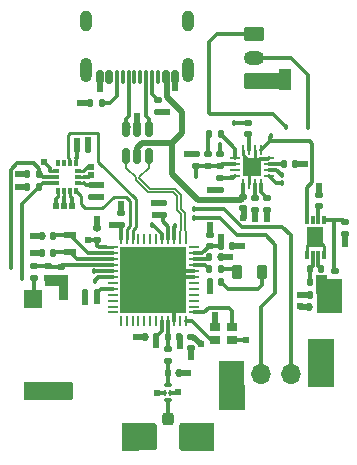
<source format=gbr>
%TF.GenerationSoftware,KiCad,Pcbnew,8.0.4*%
%TF.CreationDate,2024-11-22T16:24:22-05:00*%
%TF.ProjectId,stm32wb_base,73746d33-3277-4625-9f62-6173652e6b69,rev?*%
%TF.SameCoordinates,PX6422c40PY66c2270*%
%TF.FileFunction,Copper,L1,Top*%
%TF.FilePolarity,Positive*%
%FSLAX46Y46*%
G04 Gerber Fmt 4.6, Leading zero omitted, Abs format (unit mm)*
G04 Created by KiCad (PCBNEW 8.0.4) date 2024-11-22 16:24:22*
%MOMM*%
%LPD*%
G01*
G04 APERTURE LIST*
G04 Aperture macros list*
%AMRoundRect*
0 Rectangle with rounded corners*
0 $1 Rounding radius*
0 $2 $3 $4 $5 $6 $7 $8 $9 X,Y pos of 4 corners*
0 Add a 4 corners polygon primitive as box body*
4,1,4,$2,$3,$4,$5,$6,$7,$8,$9,$2,$3,0*
0 Add four circle primitives for the rounded corners*
1,1,$1+$1,$2,$3*
1,1,$1+$1,$4,$5*
1,1,$1+$1,$6,$7*
1,1,$1+$1,$8,$9*
0 Add four rect primitives between the rounded corners*
20,1,$1+$1,$2,$3,$4,$5,0*
20,1,$1+$1,$4,$5,$6,$7,0*
20,1,$1+$1,$6,$7,$8,$9,0*
20,1,$1+$1,$8,$9,$2,$3,0*%
G04 Aperture macros list end*
%TA.AperFunction,SMDPad,CuDef*%
%ADD10R,0.900000X0.800000*%
%TD*%
%TA.AperFunction,SMDPad,CuDef*%
%ADD11R,1.100000X0.600000*%
%TD*%
%TA.AperFunction,SMDPad,CuDef*%
%ADD12RoundRect,0.062500X-0.375000X-0.062500X0.375000X-0.062500X0.375000X0.062500X-0.375000X0.062500X0*%
%TD*%
%TA.AperFunction,SMDPad,CuDef*%
%ADD13RoundRect,0.062500X-0.062500X-0.375000X0.062500X-0.375000X0.062500X0.375000X-0.062500X0.375000X0*%
%TD*%
%TA.AperFunction,HeatsinkPad*%
%ADD14R,5.600000X5.600000*%
%TD*%
%TA.AperFunction,SMDPad,CuDef*%
%ADD15RoundRect,0.135000X0.185000X-0.135000X0.185000X0.135000X-0.185000X0.135000X-0.185000X-0.135000X0*%
%TD*%
%TA.AperFunction,ComponentPad*%
%ADD16O,1.000000X1.800000*%
%TD*%
%TA.AperFunction,ComponentPad*%
%ADD17O,1.000000X2.100000*%
%TD*%
%TA.AperFunction,SMDPad,CuDef*%
%ADD18RoundRect,0.150000X0.150000X0.425000X-0.150000X0.425000X-0.150000X-0.425000X0.150000X-0.425000X0*%
%TD*%
%TA.AperFunction,SMDPad,CuDef*%
%ADD19RoundRect,0.075000X0.075000X0.500000X-0.075000X0.500000X-0.075000X-0.500000X0.075000X-0.500000X0*%
%TD*%
%TA.AperFunction,SMDPad,CuDef*%
%ADD20R,0.300000X0.750000*%
%TD*%
%TA.AperFunction,SMDPad,CuDef*%
%ADD21R,1.450000X1.750000*%
%TD*%
%TA.AperFunction,SMDPad,CuDef*%
%ADD22RoundRect,0.135000X-0.185000X0.135000X-0.185000X-0.135000X0.185000X-0.135000X0.185000X0.135000X0*%
%TD*%
%TA.AperFunction,SMDPad,CuDef*%
%ADD23RoundRect,0.140000X0.140000X0.170000X-0.140000X0.170000X-0.140000X-0.170000X0.140000X-0.170000X0*%
%TD*%
%TA.AperFunction,SMDPad,CuDef*%
%ADD24RoundRect,0.147500X-0.147500X-0.172500X0.147500X-0.172500X0.147500X0.172500X-0.147500X0.172500X0*%
%TD*%
%TA.AperFunction,ComponentPad*%
%ADD25RoundRect,0.250000X-0.625000X0.350000X-0.625000X-0.350000X0.625000X-0.350000X0.625000X0.350000X0*%
%TD*%
%TA.AperFunction,ComponentPad*%
%ADD26O,1.750000X1.200000*%
%TD*%
%TA.AperFunction,SMDPad,CuDef*%
%ADD27RoundRect,0.140000X-0.170000X0.140000X-0.170000X-0.140000X0.170000X-0.140000X0.170000X0.140000X0*%
%TD*%
%TA.AperFunction,SMDPad,CuDef*%
%ADD28RoundRect,0.061250X-0.061250X-0.163750X0.061250X-0.163750X0.061250X0.163750X-0.061250X0.163750X0*%
%TD*%
%TA.AperFunction,SMDPad,CuDef*%
%ADD29RoundRect,0.068750X-0.281250X0.068750X-0.281250X-0.068750X0.281250X-0.068750X0.281250X0.068750X0*%
%TD*%
%TA.AperFunction,ComponentPad*%
%ADD30R,1.700000X1.700000*%
%TD*%
%TA.AperFunction,ComponentPad*%
%ADD31O,1.700000X1.700000*%
%TD*%
%TA.AperFunction,SMDPad,CuDef*%
%ADD32RoundRect,0.140000X0.170000X-0.140000X0.170000X0.140000X-0.170000X0.140000X-0.170000X-0.140000X0*%
%TD*%
%TA.AperFunction,SMDPad,CuDef*%
%ADD33R,1.500000X1.500000*%
%TD*%
%TA.AperFunction,SMDPad,CuDef*%
%ADD34RoundRect,0.140000X-0.140000X-0.170000X0.140000X-0.170000X0.140000X0.170000X-0.140000X0.170000X0*%
%TD*%
%TA.AperFunction,SMDPad,CuDef*%
%ADD35RoundRect,0.147500X0.147500X0.172500X-0.147500X0.172500X-0.147500X-0.172500X0.147500X-0.172500X0*%
%TD*%
%TA.AperFunction,SMDPad,CuDef*%
%ADD36RoundRect,0.147500X-0.172500X0.147500X-0.172500X-0.147500X0.172500X-0.147500X0.172500X0.147500X0*%
%TD*%
%TA.AperFunction,SMDPad,CuDef*%
%ADD37RoundRect,0.135000X0.135000X0.185000X-0.135000X0.185000X-0.135000X-0.185000X0.135000X-0.185000X0*%
%TD*%
%TA.AperFunction,SMDPad,CuDef*%
%ADD38RoundRect,0.135000X-0.135000X-0.185000X0.135000X-0.185000X0.135000X0.185000X-0.135000X0.185000X0*%
%TD*%
%TA.AperFunction,SMDPad,CuDef*%
%ADD39RoundRect,0.147500X0.172500X-0.147500X0.172500X0.147500X-0.172500X0.147500X-0.172500X-0.147500X0*%
%TD*%
%TA.AperFunction,SMDPad,CuDef*%
%ADD40RoundRect,0.218750X-0.218750X-0.381250X0.218750X-0.381250X0.218750X0.381250X-0.218750X0.381250X0*%
%TD*%
%TA.AperFunction,SMDPad,CuDef*%
%ADD41RoundRect,0.062500X0.375000X0.062500X-0.375000X0.062500X-0.375000X-0.062500X0.375000X-0.062500X0*%
%TD*%
%TA.AperFunction,SMDPad,CuDef*%
%ADD42RoundRect,0.062500X0.062500X0.375000X-0.062500X0.375000X-0.062500X-0.375000X0.062500X-0.375000X0*%
%TD*%
%TA.AperFunction,HeatsinkPad*%
%ADD43R,1.600000X1.600000*%
%TD*%
%TA.AperFunction,SMDPad,CuDef*%
%ADD44RoundRect,0.150000X-0.150000X0.512500X-0.150000X-0.512500X0.150000X-0.512500X0.150000X0.512500X0*%
%TD*%
%TA.AperFunction,SMDPad,CuDef*%
%ADD45RoundRect,0.250000X-0.275000X0.850000X-0.275000X-0.850000X0.275000X-0.850000X0.275000X0.850000X0*%
%TD*%
%TA.AperFunction,SMDPad,CuDef*%
%ADD46RoundRect,0.250000X-0.250000X0.275000X-0.250000X-0.275000X0.250000X-0.275000X0.250000X0.275000X0*%
%TD*%
%TA.AperFunction,SMDPad,CuDef*%
%ADD47RoundRect,0.076200X0.076200X0.190500X-0.076200X0.190500X-0.076200X-0.190500X0.076200X-0.190500X0*%
%TD*%
%TA.AperFunction,SMDPad,CuDef*%
%ADD48RoundRect,0.076200X0.190500X-0.076200X0.190500X0.076200X-0.190500X0.076200X-0.190500X-0.076200X0*%
%TD*%
%TA.AperFunction,ViaPad*%
%ADD49C,0.610000*%
%TD*%
%TA.AperFunction,ViaPad*%
%ADD50C,0.457200*%
%TD*%
%TA.AperFunction,ViaPad*%
%ADD51C,0.406400*%
%TD*%
%TA.AperFunction,Conductor*%
%ADD52C,0.304800*%
%TD*%
%TA.AperFunction,Conductor*%
%ADD53C,0.508000*%
%TD*%
%TA.AperFunction,Conductor*%
%ADD54C,0.250000*%
%TD*%
%TA.AperFunction,Conductor*%
%ADD55C,0.254000*%
%TD*%
%TA.AperFunction,Conductor*%
%ADD56C,0.152400*%
%TD*%
G04 APERTURE END LIST*
D10*
%TO.P,Y1,1,1*%
%TO.N,HSE_OUT*%
X17950000Y10980000D03*
%TO.P,Y1,2,2*%
%TO.N,GND*%
X19350000Y10980000D03*
%TO.P,Y1,3,3*%
%TO.N,HSE_IN*%
X19350000Y12080000D03*
%TO.P,Y1,4,4*%
%TO.N,GND*%
X17950000Y12080000D03*
%TD*%
D11*
%TO.P,Y2,1,1*%
%TO.N,LSE_OUT*%
X5680000Y18430000D03*
%TO.P,Y2,2,2*%
%TO.N,LSE_IN*%
X5680000Y19830000D03*
%TD*%
D12*
%TO.P,U1,1,VBAT*%
%TO.N,+3V3*%
X9262500Y18800000D03*
%TO.P,U1,2,PC14*%
%TO.N,LSE_IN*%
X9262500Y18300000D03*
%TO.P,U1,3,PC15*%
%TO.N,LSE_OUT*%
X9262500Y17800000D03*
%TO.P,U1,4,PH3*%
%TO.N,BL*%
X9262500Y17300000D03*
%TO.P,U1,5,PB8*%
%TO.N,SCL*%
X9262500Y16800000D03*
%TO.P,U1,6,PB9*%
%TO.N,SDA*%
X9262500Y16300000D03*
%TO.P,U1,7,NRST*%
%TO.N,unconnected-(U1-NRST-Pad7)*%
X9262500Y15800000D03*
%TO.P,U1,8,VDDA*%
%TO.N,+3V3*%
X9262500Y15300000D03*
%TO.P,U1,9,PA0*%
%TO.N,unconnected-(U1-PA0-Pad9)*%
X9262500Y14800000D03*
%TO.P,U1,10,PA1*%
%TO.N,unconnected-(U1-PA1-Pad10)*%
X9262500Y14300000D03*
%TO.P,U1,11,PA2*%
%TO.N,unconnected-(U1-PA2-Pad11)*%
X9262500Y13800000D03*
%TO.P,U1,12,PA3*%
%TO.N,unconnected-(U1-PA3-Pad12)*%
X9262500Y13300000D03*
D13*
%TO.P,U1,13,PA4*%
%TO.N,unconnected-(U1-PA4-Pad13)*%
X9950000Y12612500D03*
%TO.P,U1,14,PA5*%
%TO.N,unconnected-(U1-PA5-Pad14)*%
X10450000Y12612500D03*
%TO.P,U1,15,PA6*%
%TO.N,unconnected-(U1-PA6-Pad15)*%
X10950000Y12612500D03*
%TO.P,U1,16,PA7*%
%TO.N,unconnected-(U1-PA7-Pad16)*%
X11450000Y12612500D03*
%TO.P,U1,17,PA8*%
%TO.N,unconnected-(U1-PA8-Pad17)*%
X11950000Y12612500D03*
%TO.P,U1,18,PA9*%
%TO.N,unconnected-(U1-PA9-Pad18)*%
X12450000Y12612500D03*
%TO.P,U1,19,PB2*%
%TO.N,unconnected-(U1-PB2-Pad19)*%
X12950000Y12612500D03*
%TO.P,U1,20,VDD*%
%TO.N,+3V3*%
X13450000Y12612500D03*
%TO.P,U1,21,RF1*%
%TO.N,RF*%
X13950000Y12612500D03*
%TO.P,U1,22,VSSRF*%
%TO.N,GND*%
X14450000Y12612500D03*
%TO.P,U1,23,VDDRF*%
%TO.N,+3V3*%
X14950000Y12612500D03*
%TO.P,U1,24,OSC_OUT*%
%TO.N,HSE_OUT*%
X15450000Y12612500D03*
D12*
%TO.P,U1,25,OSC_IN*%
%TO.N,HSE_IN*%
X16137500Y13300000D03*
%TO.P,U1,26,AT0*%
%TO.N,unconnected-(U1-AT0-Pad26)*%
X16137500Y13800000D03*
%TO.P,U1,27,AT1*%
%TO.N,unconnected-(U1-AT1-Pad27)*%
X16137500Y14300000D03*
%TO.P,U1,28,PB0*%
%TO.N,unconnected-(U1-PB0-Pad28)*%
X16137500Y14800000D03*
%TO.P,U1,29,PB1*%
%TO.N,unconnected-(U1-PB1-Pad29)*%
X16137500Y15300000D03*
%TO.P,U1,30,PE4*%
%TO.N,unconnected-(U1-PE4-Pad30)*%
X16137500Y15800000D03*
%TO.P,U1,31,VFBSMPS*%
%TO.N,GND*%
X16137500Y16300000D03*
%TO.P,U1,32,VSSSMPS*%
X16137500Y16800000D03*
%TO.P,U1,33,VLXSMPS*%
%TO.N,Net-(U1-VLXSMPS)*%
X16137500Y17300000D03*
%TO.P,U1,34,VDDSMPS*%
%TO.N,+3V3*%
X16137500Y17800000D03*
%TO.P,U1,35,VDD*%
X16137500Y18300000D03*
%TO.P,U1,36,PA10*%
%TO.N,unconnected-(U1-PA10-Pad36)*%
X16137500Y18800000D03*
D13*
%TO.P,U1,37,PA11*%
%TO.N,USB_D-*%
X15450000Y19487500D03*
%TO.P,U1,38,PA12*%
%TO.N,USB_D+*%
X14950000Y19487500D03*
%TO.P,U1,39,PA13*%
%TO.N,SWDIO*%
X14450000Y19487500D03*
%TO.P,U1,40,VDDUSB*%
%TO.N,+3V3*%
X13950000Y19487500D03*
%TO.P,U1,41,PA14*%
%TO.N,SWDCLK*%
X13450000Y19487500D03*
%TO.P,U1,42,PA15*%
%TO.N,unconnected-(U1-PA15-Pad42)*%
X12950000Y19487500D03*
%TO.P,U1,43,PB3*%
%TO.N,unconnected-(U1-PB3-Pad43)*%
X12450000Y19487500D03*
%TO.P,U1,44,PB4*%
%TO.N,unconnected-(U1-PB4-Pad44)*%
X11950000Y19487500D03*
%TO.P,U1,45,PB5*%
%TO.N,unconnected-(U1-PB5-Pad45)*%
X11450000Y19487500D03*
%TO.P,U1,46,PB6*%
%TO.N,IMU_INT2*%
X10950000Y19487500D03*
%TO.P,U1,47,PB7*%
%TO.N,IMU_INT1*%
X10450000Y19487500D03*
%TO.P,U1,48,VDD*%
%TO.N,+3V3*%
X9950000Y19487500D03*
D14*
%TO.P,U1,49,VSS*%
%TO.N,GND*%
X12700000Y16050000D03*
%TD*%
D15*
%TO.P,R11,1*%
%TO.N,GND*%
X21330000Y21985000D03*
%TO.P,R11,2*%
%TO.N,Net-(U4-ITERM)*%
X21330000Y23005000D03*
%TD*%
D16*
%TO.P,J3,S1,SHIELD*%
%TO.N,GND*%
X7040000Y37965000D03*
D17*
X7040000Y33785000D03*
D16*
X15680000Y37965000D03*
D17*
X15680000Y33785000D03*
D18*
%TO.P,J3,B12,GND*%
X14560000Y33210000D03*
%TO.P,J3,B9,VBUS*%
%TO.N,VBUS*%
X13760000Y33210000D03*
D19*
%TO.P,J3,B8,SBU2*%
%TO.N,unconnected-(J3-SBU2-PadB8)*%
X13110000Y33210000D03*
%TO.P,J3,B7,D-*%
%TO.N,Net-(J3-D--PadA7)*%
X12110000Y33210000D03*
%TO.P,J3,B6,D+*%
%TO.N,Net-(J3-D+-PadA6)*%
X10610000Y33210000D03*
%TO.P,J3,B5,CC2*%
%TO.N,Net-(J3-CC2)*%
X9610000Y33210000D03*
D18*
%TO.P,J3,B4,VBUS*%
%TO.N,VBUS*%
X8960000Y33210000D03*
%TO.P,J3,B1,GND*%
%TO.N,GND*%
X8160000Y33210000D03*
%TO.P,J3,A12,GND*%
X8160000Y33210000D03*
%TO.P,J3,A9,VBUS*%
%TO.N,VBUS*%
X8960000Y33210000D03*
D19*
%TO.P,J3,A8,SBU1*%
%TO.N,unconnected-(J3-SBU1-PadA8)*%
X10110000Y33210000D03*
%TO.P,J3,A7,D-*%
%TO.N,Net-(J3-D--PadA7)*%
X11110000Y33210000D03*
%TO.P,J3,A6,D+*%
%TO.N,Net-(J3-D+-PadA6)*%
X11610000Y33210000D03*
%TO.P,J3,A5,CC1*%
%TO.N,Net-(J3-CC1)*%
X12610000Y33210000D03*
D18*
%TO.P,J3,A4,VBUS*%
%TO.N,VBUS*%
X13760000Y33210000D03*
%TO.P,J3,A1,GND*%
%TO.N,GND*%
X14560000Y33210000D03*
%TD*%
D20*
%TO.P,U5,1,Vfb*%
%TO.N,Net-(U5-Vfb)*%
X27187500Y21102500D03*
%TO.P,U5,2,V_{CC}*%
%TO.N,Net-(U5-V_{CC})*%
X26687500Y21102500D03*
%TO.P,U5,3,EN*%
%TO.N,Pwr Pth*%
X26187500Y21102500D03*
%TO.P,U5,4,V_{IN}*%
X25687500Y21102500D03*
%TO.P,U5,5,GND*%
%TO.N,GND*%
X25687500Y18202500D03*
%TO.P,U5,6,SW*%
%TO.N,Net-(U5-SW)*%
X26187500Y18202500D03*
%TO.P,U5,7,BOOST*%
%TO.N,Net-(U5-BOOST)*%
X26687500Y18202500D03*
%TO.P,U5,8,GND*%
%TO.N,GND*%
X27187500Y18202500D03*
D21*
%TO.P,U5,9,GND*%
X26437500Y19652500D03*
%TD*%
D22*
%TO.P,R12,1*%
%TO.N,Net-(U5-Vfb)*%
X28100000Y16810000D03*
%TO.P,R12,2*%
%TO.N,+3V3*%
X28100000Y15790000D03*
%TD*%
D23*
%TO.P,C1,1*%
%TO.N,+3V3*%
X26880000Y13790000D03*
%TO.P,C1,2*%
%TO.N,GND*%
X25920000Y13790000D03*
%TD*%
D24*
%TO.P,L1,1,1*%
%TO.N,Net-(U1-VLXSMPS)*%
X17460000Y16950000D03*
%TO.P,L1,2,2*%
%TO.N,Net-(L1-Pad2)*%
X18430000Y16950000D03*
%TD*%
%TO.P,L4,1,1*%
%TO.N,Net-(U5-SW)*%
X25930000Y15890000D03*
%TO.P,L4,2,2*%
%TO.N,+3V3*%
X26900000Y15890000D03*
%TD*%
D25*
%TO.P,J4,1,Pin_1*%
%TO.N,Net-(J4-Pin_1)*%
X21250000Y36850000D03*
D26*
%TO.P,J4,2,Pin_2*%
%TO.N,Net-(J4-Pin_2)*%
X21250000Y34850000D03*
%TO.P,J4,3,Pin_3*%
%TO.N,GND*%
X21250000Y32850000D03*
%TD*%
D27*
%TO.P,C16,1*%
%TO.N,BL*%
X4875000Y17180000D03*
%TO.P,C16,2*%
%TO.N,GND*%
X4875000Y16220000D03*
%TD*%
D23*
%TO.P,C11,1*%
%TO.N,Net-(C11-Pad1)*%
X18430000Y15910000D03*
%TO.P,C11,2*%
%TO.N,GND*%
X17470000Y15910000D03*
%TD*%
D28*
%TO.P,FLT1,4,GND*%
%TO.N,GND*%
X13682500Y6517500D03*
D29*
%TO.P,FLT1,3,OUT*%
%TO.N,Net-(FLT1-OUT)*%
X13910000Y5905000D03*
D28*
%TO.P,FLT1,2,GND*%
%TO.N,GND*%
X14137500Y6517500D03*
D29*
%TO.P,FLT1,1,IN*%
%TO.N,Net-(FLT1-IN)*%
X13910000Y7130000D03*
%TD*%
D30*
%TO.P,J2,1,Pin_1*%
%TO.N,GND*%
X26925000Y8050000D03*
D31*
%TO.P,J2,2,Pin_2*%
%TO.N,SWDCLK*%
X24385000Y8050000D03*
%TO.P,J2,3,Pin_3*%
%TO.N,SWDIO*%
X21845000Y8050000D03*
%TO.P,J2,4,Pin_4*%
%TO.N,+3V3*%
X19305000Y8050000D03*
%TD*%
D32*
%TO.P,C22,1*%
%TO.N,Net-(U5-V_{CC})*%
X26700000Y22290000D03*
%TO.P,C22,2*%
%TO.N,GND*%
X26700000Y23250000D03*
%TD*%
%TO.P,C2,1*%
%TO.N,+3V3*%
X13525000Y21575000D03*
%TO.P,C2,2*%
%TO.N,GND*%
X13525000Y22535000D03*
%TD*%
D15*
%TO.P,R7,1*%
%TO.N,Pwr Pth*%
X18330000Y25695000D03*
%TO.P,R7,2*%
%TO.N,Net-(D1-A)*%
X18330000Y26715000D03*
%TD*%
D33*
%TO.P,SW1,1,1*%
%TO.N,Net-(R2-Pad2)*%
X2550000Y14450000D03*
%TO.P,SW1,2,2*%
%TO.N,+3V3*%
X2550000Y6650000D03*
%TD*%
D34*
%TO.P,C20,1*%
%TO.N,Net-(J4-Pin_2)*%
X23770000Y25905000D03*
%TO.P,C20,2*%
%TO.N,GND*%
X24730000Y25905000D03*
%TD*%
D35*
%TO.P,D2,1,K*%
%TO.N,Net-(D2-K)*%
X18400000Y28405000D03*
%TO.P,D2,2,A*%
%TO.N,Net-(D2-A)*%
X17430000Y28405000D03*
%TD*%
D15*
%TO.P,R13,1*%
%TO.N,GND*%
X28950000Y19940000D03*
%TO.P,R13,2*%
%TO.N,Net-(U5-Vfb)*%
X28950000Y20960000D03*
%TD*%
D23*
%TO.P,C6,1*%
%TO.N,+3V3*%
X12970000Y11230000D03*
%TO.P,C6,2*%
%TO.N,GND*%
X12010000Y11230000D03*
%TD*%
D36*
%TO.P,L3,1,1*%
%TO.N,RF*%
X13970000Y10180000D03*
%TO.P,L3,2,2*%
%TO.N,Net-(FLT1-IN)*%
X13970000Y9210000D03*
%TD*%
D22*
%TO.P,R4,1*%
%TO.N,Net-(J3-CC1)*%
X13100000Y31300000D03*
%TO.P,R4,2*%
%TO.N,GND*%
X13100000Y30280000D03*
%TD*%
D37*
%TO.P,R3,1*%
%TO.N,Net-(J3-CC2)*%
X8330000Y31050000D03*
%TO.P,R3,2*%
%TO.N,GND*%
X7310000Y31050000D03*
%TD*%
D38*
%TO.P,R5,1*%
%TO.N,+3V3*%
X2047100Y23960000D03*
%TO.P,R5,2*%
%TO.N,SDA*%
X3067100Y23960000D03*
%TD*%
D34*
%TO.P,C25,1*%
%TO.N,Net-(U5-SW)*%
X25940000Y16990000D03*
%TO.P,C25,2*%
%TO.N,Net-(U5-BOOST)*%
X26900000Y16990000D03*
%TD*%
D22*
%TO.P,R1,1*%
%TO.N,BL*%
X3775000Y17230000D03*
%TO.P,R1,2*%
%TO.N,GND*%
X3775000Y16210000D03*
%TD*%
D34*
%TO.P,C9,1*%
%TO.N,+3V3*%
X18440000Y18950000D03*
%TO.P,C9,2*%
%TO.N,GND*%
X19400000Y18950000D03*
%TD*%
D27*
%TO.P,C18,1*%
%TO.N,+3V3*%
X7527100Y24060000D03*
%TO.P,C18,2*%
%TO.N,GND*%
X7527100Y23100000D03*
%TD*%
D34*
%TO.P,C14,1*%
%TO.N,RF*%
X13960000Y11220000D03*
%TO.P,C14,2*%
%TO.N,GND*%
X14920000Y11220000D03*
%TD*%
D27*
%TO.P,C21,1*%
%TO.N,VBUS*%
X20330000Y23065000D03*
%TO.P,C21,2*%
%TO.N,GND*%
X20330000Y22105000D03*
%TD*%
D34*
%TO.P,C10,1*%
%TO.N,+3V3*%
X17450000Y17960000D03*
%TO.P,C10,2*%
%TO.N,GND*%
X18410000Y17960000D03*
%TD*%
D38*
%TO.P,R6,1*%
%TO.N,+3V3*%
X2047100Y25010000D03*
%TO.P,R6,2*%
%TO.N,SCL*%
X3067100Y25010000D03*
%TD*%
D39*
%TO.P,D1,1,K*%
%TO.N,Net-(D1-K)*%
X20730000Y28405000D03*
%TO.P,D1,2,A*%
%TO.N,Net-(D1-A)*%
X20730000Y29375000D03*
%TD*%
D23*
%TO.P,C3,1*%
%TO.N,+3V3*%
X7910000Y14960000D03*
%TO.P,C3,2*%
%TO.N,GND*%
X6950000Y14960000D03*
%TD*%
%TO.P,C13,1*%
%TO.N,LSE_IN*%
X4240000Y19780000D03*
%TO.P,C13,2*%
%TO.N,GND*%
X3280000Y19780000D03*
%TD*%
D40*
%TO.P,L2,1,1*%
%TO.N,Net-(L1-Pad2)*%
X19795000Y16725000D03*
%TO.P,L2,2,2*%
%TO.N,Net-(C11-Pad1)*%
X21920000Y16725000D03*
%TD*%
D34*
%TO.P,C15,1*%
%TO.N,Net-(FLT1-IN)*%
X13910000Y8150000D03*
%TO.P,C15,2*%
%TO.N,GND*%
X14870000Y8150000D03*
%TD*%
%TO.P,C17,1*%
%TO.N,+3V3*%
X6247100Y27110000D03*
%TO.P,C17,2*%
%TO.N,GND*%
X7207100Y27110000D03*
%TD*%
D41*
%TO.P,U4,1,TS*%
%TO.N,Net-(J4-Pin_1)*%
X22517500Y24892500D03*
%TO.P,U4,2,BAT*%
%TO.N,Net-(J4-Pin_2)*%
X22517500Y25392500D03*
%TO.P,U4,3,BAT*%
X22517500Y25892500D03*
%TO.P,U4,4,~{CE}*%
%TO.N,GND*%
X22517500Y26392500D03*
D42*
%TO.P,U4,5,EN2*%
%TO.N,Pwr Pth*%
X21830000Y27080000D03*
%TO.P,U4,6,EN1*%
%TO.N,GND*%
X21330000Y27080000D03*
%TO.P,U4,7,~{PGOOD}*%
%TO.N,Net-(D1-K)*%
X20830000Y27080000D03*
%TO.P,U4,8,VSS*%
%TO.N,GND*%
X20330000Y27080000D03*
D41*
%TO.P,U4,9,~{CHG}*%
%TO.N,Net-(D2-K)*%
X19642500Y26392500D03*
%TO.P,U4,10,OUT*%
%TO.N,Pwr Pth*%
X19642500Y25892500D03*
%TO.P,U4,11,OUT*%
X19642500Y25392500D03*
%TO.P,U4,12,ILIM*%
%TO.N,Net-(U4-ILIM)*%
X19642500Y24892500D03*
D42*
%TO.P,U4,13,IN*%
%TO.N,VBUS*%
X20330000Y24205000D03*
%TO.P,U4,14,TMR*%
%TO.N,GND*%
X20830000Y24205000D03*
%TO.P,U4,15,ITERM*%
%TO.N,Net-(U4-ITERM)*%
X21330000Y24205000D03*
%TO.P,U4,16,ISET*%
%TO.N,Net-(U4-ISET)*%
X21830000Y24205000D03*
D43*
%TO.P,U4,17,VSS*%
%TO.N,GND*%
X21080000Y25642500D03*
%TD*%
D32*
%TO.P,C4,2*%
%TO.N,GND*%
X9940000Y21680000D03*
%TO.P,C4,1*%
%TO.N,+3V3*%
X9940000Y20720000D03*
%TD*%
D44*
%TO.P,U2,1,I/O1*%
%TO.N,Net-(J3-D--PadA7)*%
X12312500Y28837500D03*
%TO.P,U2,2,GND*%
%TO.N,GND*%
X11362500Y28837500D03*
%TO.P,U2,3,I/O2*%
%TO.N,Net-(J3-D+-PadA6)*%
X10412500Y28837500D03*
%TO.P,U2,4,I/O2*%
%TO.N,USB_D+*%
X10412500Y26562500D03*
%TO.P,U2,5,VBUS*%
%TO.N,VBUS*%
X11362500Y26562500D03*
%TO.P,U2,6,I/O1*%
%TO.N,USB_D-*%
X12312500Y26562500D03*
%TD*%
D22*
%TO.P,R9,1*%
%TO.N,Net-(U4-ILIM)*%
X18330000Y24705000D03*
%TO.P,R9,2*%
%TO.N,GND*%
X18330000Y23685000D03*
%TD*%
D32*
%TO.P,C5,1*%
%TO.N,+3V3*%
X17490000Y18920000D03*
%TO.P,C5,2*%
%TO.N,GND*%
X17490000Y19880000D03*
%TD*%
%TO.P,C19,1*%
%TO.N,Pwr Pth*%
X16330000Y25725000D03*
%TO.P,C19,2*%
%TO.N,GND*%
X16330000Y26685000D03*
%TD*%
D22*
%TO.P,R2,1*%
%TO.N,BL*%
X2615000Y17230000D03*
%TO.P,R2,2*%
%TO.N,Net-(R2-Pad2)*%
X2615000Y16210000D03*
%TD*%
D27*
%TO.P,C8,1*%
%TO.N,+3V3*%
X15900000Y11250000D03*
%TO.P,C8,2*%
%TO.N,GND*%
X15900000Y10290000D03*
%TD*%
D45*
%TO.P,J1,2,Ext*%
%TO.N,GND*%
X12470000Y2790000D03*
X15420000Y2790000D03*
D46*
%TO.P,J1,1,In*%
%TO.N,Net-(FLT1-OUT)*%
X13945000Y4315000D03*
%TD*%
D23*
%TO.P,C24,1*%
%TO.N,+3V3*%
X26900000Y14790000D03*
%TO.P,C24,2*%
%TO.N,GND*%
X25940000Y14790000D03*
%TD*%
D15*
%TO.P,R10,1*%
%TO.N,GND*%
X22320000Y21995000D03*
%TO.P,R10,2*%
%TO.N,Net-(U4-ISET)*%
X22320000Y23015000D03*
%TD*%
D47*
%TO.P,U3,1,SDO/SA0*%
%TO.N,GND*%
X4677099Y23568900D03*
%TO.P,U3,2,SDx*%
X5177100Y23568900D03*
%TO.P,U3,3,SCx*%
X5677100Y23568900D03*
%TO.P,U3,4,INT1*%
%TO.N,IMU_INT1*%
X6177101Y23568900D03*
D48*
%TO.P,U3,5,VDDIO*%
%TO.N,+3V3*%
X6354200Y24250001D03*
%TO.P,U3,6,GND*%
%TO.N,GND*%
X6354200Y24750000D03*
%TO.P,U3,7,GND*%
X6354200Y25249999D03*
D47*
%TO.P,U3,8,VDD*%
%TO.N,+3V3*%
X6177101Y25931100D03*
%TO.P,U3,9,INT2*%
%TO.N,IMU_INT2*%
X5677100Y25931100D03*
%TO.P,U3,10,OCS_Aux*%
%TO.N,unconnected-(U3-OCS_Aux-Pad10)*%
X5177100Y25931100D03*
%TO.P,U3,11,SDO_Aux*%
%TO.N,unconnected-(U3-SDO_Aux-Pad11)*%
X4677099Y25931100D03*
D48*
%TO.P,U3,12,CS*%
%TO.N,+3V3*%
X4500000Y25249999D03*
%TO.P,U3,13,SCL*%
%TO.N,SCL*%
X4500000Y24750000D03*
%TO.P,U3,14,SDA*%
%TO.N,SDA*%
X4500000Y24250001D03*
%TD*%
D23*
%TO.P,C12,1*%
%TO.N,LSE_OUT*%
X4230000Y18360000D03*
%TO.P,C12,2*%
%TO.N,GND*%
X3270000Y18360000D03*
%TD*%
D32*
%TO.P,C7,1*%
%TO.N,+3V3*%
X7980000Y19460000D03*
%TO.P,C7,2*%
%TO.N,GND*%
X7980000Y20420000D03*
%TD*%
D15*
%TO.P,R8,1*%
%TO.N,Pwr Pth*%
X17330000Y25685000D03*
%TO.P,R8,2*%
%TO.N,Net-(D2-A)*%
X17330000Y26705000D03*
%TD*%
D49*
%TO.N,+3V3*%
X12807900Y21570000D03*
X16725000Y10625000D03*
X6250000Y27850000D03*
X1250000Y23950000D03*
X18850000Y5550000D03*
X18425000Y19668550D03*
X20050000Y5525000D03*
X8250000Y24050000D03*
X5275000Y6325000D03*
X9225000Y20725000D03*
X28100000Y14750000D03*
X5275000Y7025000D03*
X7200000Y19450000D03*
X28100000Y13800000D03*
X12975000Y10506450D03*
X3450000Y26050000D03*
X7925000Y14231450D03*
X1250000Y25000000D03*
D50*
%TO.N,Pwr Pth*%
X16300000Y24875000D03*
X22650000Y28225000D03*
%TO.N,Net-(J4-Pin_2)*%
X25825000Y28975000D03*
X23600000Y24925000D03*
%TO.N,Net-(D1-A)*%
X18350000Y27500000D03*
X19550000Y29350000D03*
%TO.N,SWDCLK*%
X16125000Y22075000D03*
X12600000Y20700000D03*
%TO.N,SWDIO*%
X16150000Y21275000D03*
X14525000Y20650000D03*
%TO.N,Net-(J4-Pin_1)*%
X23925000Y28975000D03*
X23600000Y24300000D03*
%TO.N,SDA*%
X1600000Y16200000D03*
X7750000Y16000000D03*
%TO.N,SCL*%
X7725000Y16766600D03*
X675000Y17125000D03*
D49*
%TO.N,GND*%
X14800000Y6525000D03*
X14940000Y10460000D03*
X14550000Y32300000D03*
X21340000Y21180000D03*
X26710000Y24020000D03*
D51*
X21400000Y25325000D03*
D49*
X19195000Y17965000D03*
X7960000Y21215000D03*
D51*
X14125000Y17875000D03*
X12575000Y14250000D03*
D49*
X20195000Y18940000D03*
X17950000Y13100000D03*
X17275000Y3350000D03*
X28940000Y19135000D03*
X17325000Y2325000D03*
X22350000Y21250000D03*
X7450000Y25600000D03*
D51*
X14350000Y14275000D03*
D49*
X11225000Y11250000D03*
X5850000Y22300000D03*
D51*
X20650000Y25975000D03*
X11000000Y16125000D03*
D49*
X2480000Y18360000D03*
X15530000Y26710000D03*
X11360000Y29920000D03*
X26375000Y10625000D03*
X4450000Y22300000D03*
X25130000Y13810000D03*
X25130000Y14810000D03*
D51*
X12400000Y17875000D03*
D49*
X5125000Y14975000D03*
X17465000Y15140000D03*
X6940000Y14210000D03*
D51*
X12450000Y16150000D03*
D49*
X15900000Y9500000D03*
X25570000Y25890000D03*
D51*
X14175000Y16150000D03*
D49*
X8290000Y23090000D03*
D51*
X26150000Y20075000D03*
D49*
X6500000Y31050000D03*
X7210000Y27870000D03*
X13840000Y30280000D03*
X10575000Y3325000D03*
X5150000Y22300000D03*
X17510000Y20665000D03*
X15650000Y8150000D03*
X10600000Y2375000D03*
X20340000Y21280000D03*
D51*
X11000000Y14200000D03*
D49*
X12765000Y22545000D03*
X17530000Y23660000D03*
X8150000Y32250000D03*
D51*
X26775000Y19200000D03*
D49*
X13000000Y6500000D03*
X2530000Y19810000D03*
X23925000Y33350000D03*
X23950000Y32550000D03*
D51*
X10975000Y17850000D03*
D49*
X9950000Y22500000D03*
X27325000Y10600000D03*
X20525000Y10950000D03*
X7450000Y24900000D03*
%TD*%
D52*
%TO.N,Net-(FLT1-OUT)*%
X13945000Y4315000D02*
X13945000Y5870000D01*
X13945000Y5870000D02*
X13910000Y5905000D01*
D53*
%TO.N,VBUS*%
X14300000Y27650000D02*
X15100000Y28450000D01*
X15100000Y28450000D02*
X15100000Y30250000D01*
X15100000Y30250000D02*
X13838600Y31511400D01*
X13838600Y33131400D02*
X13760000Y33210000D01*
X13838600Y31511400D02*
X13838600Y33131400D01*
D52*
%TO.N,Net-(J3-CC1)*%
X12610000Y33210000D02*
X12610000Y31790000D01*
X12610000Y31790000D02*
X13100000Y31300000D01*
%TO.N,Net-(J4-Pin_1)*%
X23925000Y28975000D02*
X22800000Y30100000D01*
X22800000Y30100000D02*
X17525000Y30100000D01*
X18100000Y36850000D02*
X21250000Y36850000D01*
X17450000Y36200000D02*
X18100000Y36850000D01*
X17525000Y30100000D02*
X17450000Y30175000D01*
X17450000Y30175000D02*
X17450000Y36200000D01*
%TO.N,+3V3*%
X13525000Y21575000D02*
X13525000Y21000000D01*
D53*
X16100000Y11250000D02*
X16725000Y10625000D01*
D52*
X3450000Y26050000D02*
X3950000Y25550000D01*
X9950000Y19487500D02*
X9950000Y20710000D01*
D53*
X6250000Y27850000D02*
X6250000Y27062900D01*
D52*
X16137500Y18300000D02*
X16870000Y18300000D01*
X8093550Y18800000D02*
X7980000Y18913550D01*
D53*
X8250000Y24050000D02*
X7462900Y24050000D01*
X2037100Y23950000D02*
X2047100Y23960000D01*
D52*
X13545000Y21555000D02*
X13525000Y21575000D01*
D53*
X1250000Y23950000D02*
X2037100Y23950000D01*
D54*
X4500000Y25249999D02*
X3950001Y25249999D01*
D53*
X18425000Y19668550D02*
X18425000Y18881450D01*
D52*
X13525000Y21000000D02*
X13950000Y20575000D01*
D54*
X6200000Y26350000D02*
X6177101Y26327101D01*
D53*
X12807900Y21570000D02*
X13595000Y21570000D01*
D52*
X7910000Y14960000D02*
X8250000Y15300000D01*
X7980000Y19460000D02*
X7210000Y19460000D01*
X6247100Y26397100D02*
X6200000Y26350000D01*
X17490000Y18920000D02*
X18410000Y18920000D01*
X13950000Y20575000D02*
X13950000Y19487500D01*
D54*
X6354200Y24250001D02*
X6799999Y24250001D01*
X3950000Y25250000D02*
X3950001Y25249999D01*
D52*
X6247100Y27110000D02*
X6247100Y26397100D01*
X7527100Y24060000D02*
X6990000Y24060000D01*
X17290000Y17800000D02*
X17450000Y17960000D01*
X12970000Y11230000D02*
X13450000Y11710000D01*
X18410000Y18920000D02*
X18440000Y18950000D01*
D53*
X2037100Y25000000D02*
X2047100Y25010000D01*
D52*
X13450000Y11710000D02*
X13450000Y12612500D01*
D54*
X6177101Y25931100D02*
X6177101Y26327101D01*
D52*
X8250000Y15300000D02*
X9262500Y15300000D01*
X8700000Y18800000D02*
X8093550Y18800000D01*
D53*
X1250000Y25000000D02*
X2037100Y25000000D01*
X12975000Y10506450D02*
X12975000Y11293550D01*
D52*
X9950000Y20710000D02*
X9940000Y20720000D01*
D55*
X9262500Y18800000D02*
X8700000Y18800000D01*
D52*
X7980000Y18913550D02*
X7980000Y19460000D01*
D54*
X6799999Y24250001D02*
X6800000Y24250000D01*
D52*
X7210000Y19460000D02*
X7200000Y19450000D01*
X6990000Y24060000D02*
X6800000Y24250000D01*
D53*
X9225000Y20725000D02*
X10012100Y20725000D01*
D52*
X3950000Y25550000D02*
X3950000Y25250000D01*
D53*
X7925000Y14231450D02*
X7925000Y15018550D01*
D52*
X16137500Y17800000D02*
X17290000Y17800000D01*
D53*
X15900000Y11250000D02*
X16100000Y11250000D01*
D52*
X16870000Y18300000D02*
X17490000Y18920000D01*
%TO.N,Net-(C11-Pad1)*%
X19065000Y15275000D02*
X18430000Y15910000D01*
X21550000Y15275000D02*
X19065000Y15275000D01*
X21920000Y16725000D02*
X21920000Y15645000D01*
X21920000Y15645000D02*
X21550000Y15275000D01*
%TO.N,LSE_OUT*%
X5680000Y18430000D02*
X4300000Y18430000D01*
X9237700Y17824800D02*
X6285200Y17824800D01*
X6285200Y17824800D02*
X5680000Y18430000D01*
X9262500Y17800000D02*
X9237700Y17824800D01*
X4300000Y18430000D02*
X4230000Y18360000D01*
%TO.N,LSE_IN*%
X4290000Y19830000D02*
X4240000Y19780000D01*
X5680000Y19830000D02*
X7210000Y18300000D01*
X5680000Y19830000D02*
X4290000Y19830000D01*
X7210000Y18300000D02*
X9262500Y18300000D01*
%TO.N,RF*%
X13970000Y10180000D02*
X13970000Y11210000D01*
X13950000Y11230000D02*
X13960000Y11220000D01*
X13950000Y12612500D02*
X13950000Y11230000D01*
X13970000Y11210000D02*
X13960000Y11220000D01*
%TO.N,Net-(FLT1-IN)*%
X13910000Y8150000D02*
X13910000Y7130000D01*
X13970000Y8210000D02*
X13910000Y8150000D01*
X13970000Y9210000D02*
X13970000Y8210000D01*
%TO.N,BL*%
X9262500Y17300000D02*
X4995000Y17300000D01*
X3825000Y17180000D02*
X3775000Y17230000D01*
X4875000Y17180000D02*
X3825000Y17180000D01*
X4995000Y17300000D02*
X4875000Y17180000D01*
X3775000Y17230000D02*
X2615000Y17230000D01*
%TO.N,Pwr Pth*%
X26179800Y27595200D02*
X26179800Y24354800D01*
X22550000Y28125000D02*
X22650000Y28225000D01*
X19642500Y25892500D02*
X18527500Y25892500D01*
X18320000Y25685000D02*
X18330000Y25695000D01*
X16330000Y25725000D02*
X16150000Y25725000D01*
X16330000Y24905000D02*
X16300000Y24875000D01*
X25687500Y23862500D02*
X25687500Y21102500D01*
X22550000Y27800000D02*
X22550000Y28125000D01*
X17330000Y25685000D02*
X18320000Y25685000D01*
X17290000Y25725000D02*
X17330000Y25685000D01*
X26179800Y24354800D02*
X25687500Y23862500D01*
X25975000Y27800000D02*
X26179800Y27595200D01*
X21830000Y27080000D02*
X22550000Y27800000D01*
X16150000Y25725000D02*
X17290000Y25725000D01*
X16330000Y25725000D02*
X16330000Y24905000D01*
X22550000Y27800000D02*
X25975000Y27800000D01*
X18527500Y25892500D02*
X18330000Y25695000D01*
%TO.N,Net-(J4-Pin_2)*%
X23132500Y25392500D02*
X23600000Y24925000D01*
X25825000Y33425000D02*
X24400000Y34850000D01*
X25825000Y28975000D02*
X25825000Y33425000D01*
X23730101Y25865101D02*
X22517500Y25865101D01*
X22517500Y25392500D02*
X23132500Y25392500D01*
X24400000Y34850000D02*
X21250000Y34850000D01*
X23770000Y25905000D02*
X23730101Y25865101D01*
D53*
%TO.N,VBUS*%
X11362500Y26562500D02*
X11362500Y27224999D01*
X14300000Y27650000D02*
X14300000Y25025000D01*
D52*
X20330000Y23065000D02*
X20330000Y24205000D01*
D53*
X20090000Y22825000D02*
X20330000Y23065000D01*
X14300000Y25025000D02*
X16500000Y22825000D01*
X16500000Y22825000D02*
X20090000Y22825000D01*
X11787501Y27650000D02*
X14300000Y27650000D01*
X11362500Y27224999D02*
X11787501Y27650000D01*
D52*
%TO.N,Net-(U5-V_{CC})*%
X26687500Y21102500D02*
X26687500Y22277500D01*
X26687500Y22277500D02*
X26700000Y22290000D01*
%TO.N,Net-(U5-BOOST)*%
X26687500Y18202500D02*
X26687500Y17202500D01*
X26687500Y17202500D02*
X26900000Y16990000D01*
%TO.N,Net-(U5-SW)*%
X25930000Y16980000D02*
X25940000Y16990000D01*
X26187500Y17237500D02*
X25940000Y16990000D01*
X25930000Y15890000D02*
X25930000Y16980000D01*
X26187500Y18202500D02*
X26187500Y17237500D01*
%TO.N,Net-(D1-A)*%
X20730000Y29375000D02*
X19575000Y29375000D01*
X19575000Y29375000D02*
X19550000Y29350000D01*
X18330000Y26715000D02*
X18330000Y27480000D01*
X18330000Y27480000D02*
X18350000Y27500000D01*
%TO.N,Net-(D1-K)*%
X20830000Y27080000D02*
X20830000Y28305000D01*
X20830000Y28305000D02*
X20730000Y28405000D01*
%TO.N,Net-(D2-A)*%
X17330000Y26705000D02*
X17330000Y28305000D01*
X17330000Y28305000D02*
X17430000Y28405000D01*
%TO.N,Net-(D2-K)*%
X19642500Y26392500D02*
X19642500Y27162500D01*
X19642500Y27162500D02*
X18400000Y28405000D01*
%TO.N,Net-(FLT1-OUT)*%
X13935000Y4325000D02*
X13945000Y4315000D01*
%TO.N,SWDCLK*%
X24385000Y19815000D02*
X24385000Y8050000D01*
X13450000Y19487500D02*
X13450000Y19946172D01*
X18675000Y22075000D02*
X20179800Y20570200D01*
X16125000Y22075000D02*
X18675000Y22075000D01*
X24375000Y8015000D02*
X24390000Y8000000D01*
X13450000Y19946172D02*
X12696172Y20700000D01*
X20179800Y20570200D02*
X23629800Y20570200D01*
X23629800Y20570200D02*
X24385000Y19815000D01*
X12696172Y20700000D02*
X12600000Y20700000D01*
%TO.N,SWDIO*%
X14450000Y20575000D02*
X14525000Y20650000D01*
X16150000Y21275000D02*
X18375000Y21275000D01*
X19800000Y19850000D02*
X22225000Y19850000D01*
X23025000Y19050000D02*
X23025000Y14925000D01*
X21845000Y13745000D02*
X21845000Y8050000D01*
X22225000Y19850000D02*
X23025000Y19050000D01*
X23025000Y14925000D02*
X21845000Y13745000D01*
X21825000Y8025000D02*
X21850000Y8000000D01*
X18375000Y21275000D02*
X19800000Y19850000D01*
X14450000Y19487500D02*
X14450000Y20575000D01*
%TO.N,Net-(J3-D--PadA7)*%
X12110000Y29915000D02*
X12110000Y33210000D01*
X12312500Y28837500D02*
X12312500Y29712500D01*
X12312500Y29712500D02*
X12110000Y29915000D01*
%TO.N,Net-(J3-CC2)*%
X9610000Y31585000D02*
X9610000Y33210000D01*
X8330000Y31050000D02*
X9075000Y31050000D01*
X9075000Y31050000D02*
X9610000Y31585000D01*
%TO.N,Net-(J3-D+-PadA6)*%
X10610000Y29035000D02*
X10412500Y28837500D01*
X10412500Y28837500D02*
X10412500Y29712500D01*
X10610000Y29910000D02*
X10610000Y33210000D01*
X10412500Y29712500D02*
X10610000Y29910000D01*
%TO.N,Net-(J4-Pin_1)*%
X22517500Y24892500D02*
X23110000Y24300000D01*
X23110000Y24300000D02*
X23600000Y24300000D01*
%TO.N,Net-(U1-VLXSMPS)*%
X17110000Y17300000D02*
X17460000Y16950000D01*
X16137500Y17300000D02*
X17110000Y17300000D01*
%TO.N,Net-(L1-Pad2)*%
X19570000Y16950000D02*
X19795000Y16725000D01*
X18430000Y16950000D02*
X19570000Y16950000D01*
%TO.N,Net-(R2-Pad2)*%
X2615000Y16210000D02*
X2615000Y14515000D01*
X2615000Y14515000D02*
X2550000Y14450000D01*
%TO.N,SDA*%
X3007100Y23900000D02*
X3067100Y23960000D01*
X1600000Y16200000D02*
X1600000Y22492900D01*
X3150000Y23900000D02*
X3007100Y23900000D01*
X9262500Y16300000D02*
X8050000Y16300000D01*
X8050000Y16300000D02*
X7750000Y16000000D01*
X3150000Y24042900D02*
X3150000Y23900000D01*
X1600000Y22492900D02*
X3067100Y23960000D01*
X3357101Y24250001D02*
X3150000Y24042900D01*
X4500000Y24250001D02*
X3357101Y24250001D01*
%TO.N,SCL*%
X3067100Y25482900D02*
X3067100Y25010000D01*
X3327100Y24750000D02*
X3200000Y24877100D01*
X675000Y17125000D02*
X640200Y17159800D01*
X640200Y17159800D02*
X640200Y25390200D01*
X3200000Y25000000D02*
X3077100Y25000000D01*
X640200Y25390200D02*
X1200000Y25950000D01*
X3077100Y25000000D02*
X3067100Y25010000D01*
X3200000Y24877100D02*
X3200000Y25000000D01*
X1200000Y25950000D02*
X2600000Y25950000D01*
X9262500Y16800000D02*
X7758400Y16800000D01*
X4500000Y24750000D02*
X3327100Y24750000D01*
X7758400Y16800000D02*
X7725000Y16766600D01*
X2600000Y25950000D02*
X3067100Y25482900D01*
%TO.N,Net-(U4-ILIM)*%
X18330000Y24705000D02*
X19455000Y24705000D01*
X19455000Y24705000D02*
X19642500Y24892500D01*
%TO.N,Net-(U4-ISET)*%
X21830000Y23505000D02*
X22320000Y23015000D01*
X21830000Y24205000D02*
X21830000Y23505000D01*
%TO.N,Net-(U4-ITERM)*%
X21330000Y23005000D02*
X21330000Y24205000D01*
%TO.N,Net-(U5-Vfb)*%
X28000000Y16910000D02*
X28100000Y16810000D01*
X28807500Y21102500D02*
X28950000Y20960000D01*
X27187500Y21102500D02*
X27825000Y21102500D01*
X27825000Y21102500D02*
X28807500Y21102500D01*
X27825000Y21102500D02*
X28000000Y21102500D01*
X28000000Y21102500D02*
X28000000Y16910000D01*
D56*
%TO.N,USB_D-*%
X15450000Y20143751D02*
X15450000Y19487500D01*
X15015751Y23278793D02*
X15015751Y22074777D01*
X12312500Y26562500D02*
X12312500Y25568749D01*
X11514900Y24650628D02*
X12388128Y23777400D01*
X12312500Y25568749D02*
X11514900Y24771149D01*
X14517144Y23777400D02*
X15015751Y23278793D01*
X11514900Y24771149D02*
X11514900Y24650628D01*
X15352400Y20241351D02*
X15450000Y20143751D01*
X15015751Y22074777D02*
X15352400Y21738128D01*
X12388128Y23777400D02*
X14517144Y23777400D01*
X15352400Y21738128D02*
X15352400Y20241351D01*
D55*
%TO.N,IMU_INT2*%
X11200000Y22875000D02*
X8000000Y26075000D01*
X8000000Y26075000D02*
X8000000Y28500000D01*
X5677100Y26202806D02*
X5677100Y25931100D01*
X10950000Y19487500D02*
X10950000Y20248262D01*
X5475000Y26404906D02*
X5677100Y26202806D01*
X11200000Y20498262D02*
X11200000Y22875000D01*
X8000000Y28500000D02*
X5625000Y28500000D01*
X10950000Y20248262D02*
X11200000Y20498262D01*
X5625000Y28500000D02*
X5475000Y28350000D01*
X5475000Y28350000D02*
X5475000Y26404906D01*
D52*
%TO.N,HSE_OUT*%
X15957900Y12612500D02*
X17590400Y10980000D01*
X15450000Y12612500D02*
X15957900Y12612500D01*
X17590400Y10980000D02*
X17950000Y10980000D01*
D55*
%TO.N,IMU_INT1*%
X8400000Y22125000D02*
X9359400Y23084400D01*
X6575000Y23171001D02*
X6575000Y22500000D01*
X10415600Y23084400D02*
X10725000Y22775000D01*
X10450000Y20322998D02*
X10450000Y19487500D01*
X10725000Y20597998D02*
X10450000Y20322998D01*
X10725000Y22775000D02*
X10725000Y20597998D01*
X6575000Y22500000D02*
X6950000Y22125000D01*
X6950000Y22125000D02*
X8400000Y22125000D01*
X9359400Y23084400D02*
X10415600Y23084400D01*
X6177101Y23568900D02*
X6575000Y23171001D01*
D52*
%TO.N,HSE_IN*%
X19350000Y13450000D02*
X19350000Y12080000D01*
X16137500Y13300000D02*
X17000000Y13300000D01*
X19090200Y13709800D02*
X19350000Y13450000D01*
X17000000Y13300000D02*
X17409800Y13709800D01*
X17409800Y13709800D02*
X19090200Y13709800D01*
D56*
%TO.N,USB_D+*%
X11210100Y24524372D02*
X12261872Y23472600D01*
X11210100Y24771149D02*
X11210100Y24524372D01*
X14950000Y20143751D02*
X14950000Y19487500D01*
X15047600Y21611872D02*
X15047600Y20241351D01*
X14710951Y21948521D02*
X15047600Y21611872D01*
X12261872Y23472600D02*
X14390888Y23472600D01*
X10412500Y25568749D02*
X11210100Y24771149D01*
X14710951Y23152537D02*
X14710951Y21948521D01*
X10412500Y26562500D02*
X10412500Y25568749D01*
X15047600Y20241351D02*
X14950000Y20143751D01*
X14390888Y23472600D02*
X14710951Y23152537D01*
D52*
%TO.N,GND*%
X16137500Y16300000D02*
X12950000Y16300000D01*
D53*
X12045000Y11240000D02*
X11235000Y11240000D01*
D52*
X13682500Y6517500D02*
X13017500Y6517500D01*
X5850000Y22300000D02*
X5850000Y22950000D01*
D54*
X6354200Y25249999D02*
X6849999Y25249999D01*
X21330000Y25395000D02*
X21400000Y25325000D01*
D53*
X19375000Y18950000D02*
X20185000Y18950000D01*
D54*
X21330000Y25892500D02*
X21080000Y25642500D01*
X5677100Y23122900D02*
X5700000Y23100000D01*
D53*
X17475000Y15960000D02*
X17475000Y15150000D01*
X17500000Y19845000D02*
X17500000Y20655000D01*
D52*
X7450000Y25600000D02*
X7200000Y25600000D01*
X7450000Y24900000D02*
X7300000Y24750000D01*
D54*
X20330000Y26642501D02*
X21080000Y25892501D01*
X4677099Y23568900D02*
X4677099Y23127099D01*
D53*
X15910000Y10320000D02*
X15910000Y9510000D01*
D54*
X6354200Y24750000D02*
X6850000Y24750000D01*
D52*
X14137500Y6517500D02*
X14792500Y6517500D01*
D53*
X13575000Y22545000D02*
X12765000Y22545000D01*
D52*
X5850000Y22950000D02*
X5700000Y23100000D01*
D54*
X5177100Y23077100D02*
X5150000Y23050000D01*
D52*
X22447300Y26322300D02*
X21759800Y26322300D01*
D54*
X27187500Y18202500D02*
X27187500Y18902500D01*
X20650000Y26322501D02*
X20650000Y25975000D01*
D52*
X20495000Y10980000D02*
X20525000Y10950000D01*
D53*
X3300000Y18350000D02*
X2490000Y18350000D01*
X16350000Y26700000D02*
X15540000Y26700000D01*
D52*
X7300000Y24750000D02*
X6850000Y24750000D01*
D53*
X28950000Y19955000D02*
X28950000Y19145000D01*
D52*
X5150000Y22300000D02*
X5150000Y23050000D01*
D53*
X26700000Y23200000D02*
X26700000Y24010000D01*
X7320000Y31040000D02*
X6510000Y31040000D01*
D54*
X5177100Y23568900D02*
X5177100Y23077100D01*
X5677100Y23568900D02*
X5677100Y23122900D01*
D52*
X4450000Y22300000D02*
X4450000Y22900000D01*
D54*
X21080000Y25892501D02*
X21080000Y25642500D01*
D53*
X3350000Y19800000D02*
X2540000Y19800000D01*
D52*
X7200000Y25600000D02*
X6850000Y25250000D01*
D54*
X25687500Y18202500D02*
X25687500Y18902500D01*
D56*
X13465000Y22475000D02*
X13525000Y22535000D01*
D53*
X22325000Y22005000D02*
X22325000Y21195000D01*
X18350000Y23650000D02*
X17540000Y23650000D01*
X7200000Y27050000D02*
X7200000Y27860000D01*
D54*
X21330000Y27080000D02*
X21330000Y25892500D01*
D53*
X17940000Y12280000D02*
X17940000Y13090000D01*
D54*
X4677099Y23127099D02*
X4650000Y23100000D01*
D53*
X18375000Y17975000D02*
X19185000Y17975000D01*
D52*
X14450000Y12612500D02*
X14450000Y14300000D01*
D53*
X8160000Y33070000D02*
X8160000Y32260000D01*
D54*
X6850000Y25250000D02*
X6849999Y25249999D01*
D53*
X7470000Y23100000D02*
X8280000Y23100000D01*
D52*
X4450000Y22900000D02*
X4650000Y23100000D01*
X13017500Y6517500D02*
X13000000Y6500000D01*
X14792500Y6517500D02*
X14800000Y6525000D01*
D53*
X25950000Y14800000D02*
X25140000Y14800000D01*
X9940000Y22490000D02*
X9950000Y22500000D01*
X9940000Y21680000D02*
X9940000Y22490000D01*
D52*
X14450000Y14300000D02*
X12700000Y16050000D01*
X16137500Y16800000D02*
X13450000Y16800000D01*
D54*
X25687500Y18902500D02*
X26437500Y19652500D01*
D53*
X6950000Y15030000D02*
X6950000Y14220000D01*
D52*
X13450000Y16800000D02*
X12700000Y16050000D01*
D54*
X20830000Y24205000D02*
X20830000Y25392500D01*
X27187500Y18902500D02*
X26437500Y19652500D01*
D53*
X14950000Y11280000D02*
X14950000Y10470000D01*
X14560000Y33120000D02*
X14560000Y32310000D01*
D52*
X19350000Y10980000D02*
X20495000Y10980000D01*
D53*
X14830000Y8160000D02*
X15640000Y8160000D01*
X7950000Y20395000D02*
X7950000Y21205000D01*
D54*
X20830000Y25392500D02*
X21080000Y25642500D01*
D53*
X20350000Y22100000D02*
X20350000Y21290000D01*
X11350000Y29100000D02*
X11350000Y29910000D01*
D52*
X21759800Y26322300D02*
X21080000Y25642500D01*
D54*
X20330000Y27080000D02*
X20330000Y26642501D01*
D53*
X24750000Y25900000D02*
X25560000Y25900000D01*
D52*
X22517500Y26392500D02*
X22447300Y26322300D01*
X12950000Y16300000D02*
X12700000Y16050000D01*
D53*
X25950000Y13800000D02*
X25140000Y13800000D01*
X13020000Y30290000D02*
X13830000Y30290000D01*
X21350000Y22000000D02*
X21350000Y21190000D01*
%TD*%
%TA.AperFunction,Conductor*%
%TO.N,+3V3*%
G36*
X5826302Y7375301D02*
G01*
X5860861Y7360736D01*
X5875000Y7326302D01*
X5875000Y5974000D01*
X5860648Y5939352D01*
X5826000Y5925000D01*
X1874000Y5925000D01*
X1839352Y5939352D01*
X1825000Y5974000D01*
X1825000Y7350697D01*
X1839352Y7385345D01*
X1874000Y7399697D01*
X1874185Y7399697D01*
X5826302Y7375301D01*
G37*
%TD.AperFunction*%
%TD*%
%TA.AperFunction,Conductor*%
%TO.N,GND*%
G36*
X5485648Y16435648D02*
G01*
X5500000Y16401000D01*
X5500000Y14399000D01*
X5485648Y14364352D01*
X5451000Y14350000D01*
X4749000Y14350000D01*
X4714352Y14364352D01*
X4700000Y14399000D01*
X4700000Y15575000D01*
X3547620Y15575000D01*
X3512972Y15589352D01*
X3498640Y15622601D01*
X3476440Y16399601D01*
X3489796Y16434645D01*
X3524021Y16449980D01*
X3525420Y16450000D01*
X5451000Y16450000D01*
X5485648Y16435648D01*
G37*
%TD.AperFunction*%
%TD*%
%TA.AperFunction,Conductor*%
%TO.N,+3V3*%
G36*
X27446632Y16446632D02*
G01*
X27450000Y16438500D01*
X27450000Y16150000D01*
X28638500Y16150000D01*
X28646632Y16146632D01*
X28650000Y16138500D01*
X28650000Y13261500D01*
X28646632Y13253368D01*
X28638500Y13250000D01*
X27500000Y13250000D01*
X26561322Y13250000D01*
X26553190Y13253368D01*
X26549823Y13261320D01*
X26549820Y13261500D01*
X26500182Y16438322D01*
X26503423Y16446504D01*
X26511501Y16449999D01*
X26511681Y16450000D01*
X27438500Y16450000D01*
X27446632Y16446632D01*
G37*
%TD.AperFunction*%
%TD*%
%TA.AperFunction,Conductor*%
%TO.N,GND*%
G36*
X17811161Y3935648D02*
G01*
X17825510Y3901516D01*
X17849474Y1624953D01*
X17835488Y1590155D01*
X17800993Y1575440D01*
X17800047Y1575439D01*
X15048570Y1599574D01*
X15014049Y1614229D01*
X15000000Y1648572D01*
X15000000Y3901000D01*
X15014352Y3935648D01*
X15049000Y3950000D01*
X17776513Y3950000D01*
X17811161Y3935648D01*
G37*
%TD.AperFunction*%
%TD*%
%TA.AperFunction,Conductor*%
%TO.N,GND*%
G36*
X27985648Y11035648D02*
G01*
X28000000Y11001000D01*
X28000000Y7049000D01*
X27985648Y7014352D01*
X27951000Y7000000D01*
X25873399Y7000000D01*
X25838751Y7014352D01*
X25824403Y7048395D01*
X25775612Y11000395D01*
X25789535Y11035218D01*
X25824003Y11049996D01*
X25824608Y11050000D01*
X27951000Y11050000D01*
X27985648Y11035648D01*
G37*
%TD.AperFunction*%
%TD*%
%TA.AperFunction,Conductor*%
%TO.N,GND*%
G36*
X24336324Y33885648D02*
G01*
X24350671Y33851680D01*
X24374310Y32149680D01*
X24360441Y32114836D01*
X24325995Y32100005D01*
X24325315Y32100000D01*
X23399000Y32100000D01*
X23364352Y32114352D01*
X23350000Y32149000D01*
X23350000Y32250000D01*
X20474000Y32250000D01*
X20439352Y32264352D01*
X20425000Y32299000D01*
X20425000Y33525576D01*
X20439352Y33560224D01*
X20474000Y33574576D01*
X20474408Y33574575D01*
X23325000Y33550000D01*
X23325000Y33550001D01*
X23325000Y33851000D01*
X23339352Y33885648D01*
X23374000Y33900000D01*
X24301676Y33900000D01*
X24336324Y33885648D01*
G37*
%TD.AperFunction*%
%TD*%
%TA.AperFunction,Conductor*%
%TO.N,+3V3*%
G36*
X20361526Y9185648D02*
G01*
X20375870Y9151885D01*
X20449108Y5099316D01*
X20435385Y5064414D01*
X20401001Y5049439D01*
X20400679Y5049434D01*
X18324266Y5025567D01*
X18289455Y5039520D01*
X18274706Y5074000D01*
X18250295Y9150708D01*
X18264439Y9185440D01*
X18299001Y9199999D01*
X18299294Y9200000D01*
X20326878Y9200000D01*
X20361526Y9185648D01*
G37*
%TD.AperFunction*%
%TD*%
%TA.AperFunction,Conductor*%
%TO.N,GND*%
G36*
X12826432Y3950427D02*
G01*
X12860951Y3935772D01*
X12875000Y3901429D01*
X12875000Y1673569D01*
X12860648Y1638921D01*
X12826434Y1624571D01*
X10098916Y1600433D01*
X10064142Y1614478D01*
X10049485Y1648915D01*
X10025525Y3925050D01*
X10039511Y3959846D01*
X10074006Y3974561D01*
X10074934Y3974562D01*
X12826432Y3950427D01*
G37*
%TD.AperFunction*%
%TD*%
M02*

</source>
